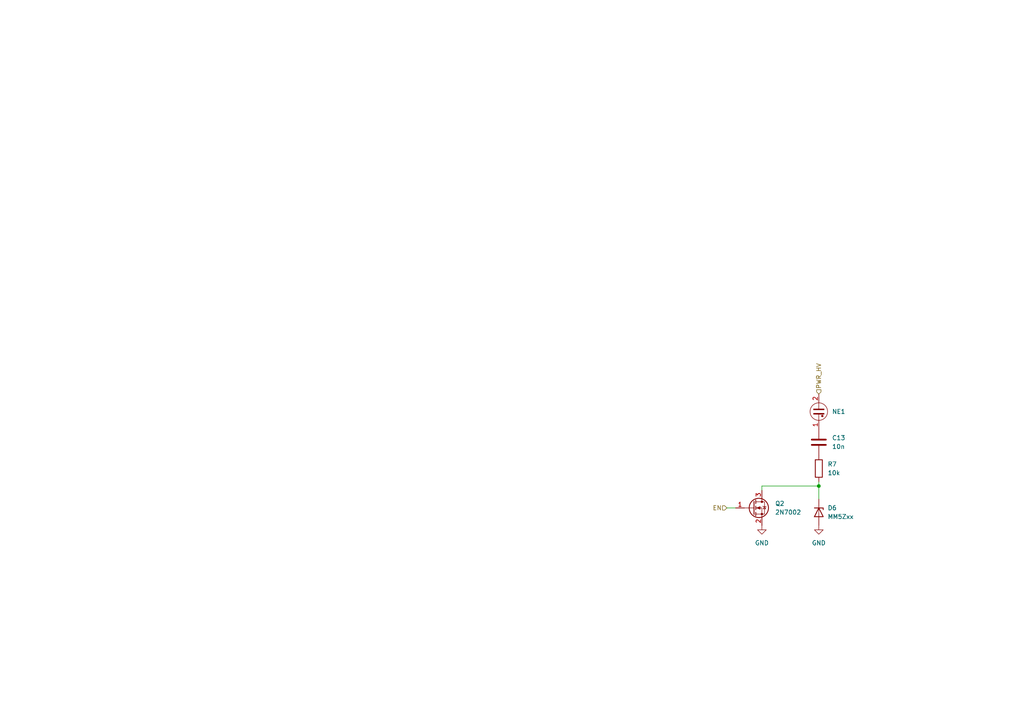
<source format=kicad_sch>
(kicad_sch (version 20230121) (generator eeschema)
  (paper "A4")
  (lib_symbols
    (symbol "Device:C" (pin_numbers hide) (pin_names (offset 0.254))
      (property "Reference" "C" (at 0.635 2.54 0))
      (property "Value" "C" (at 0.635 -2.54 0))
      (symbol "C_0_1"
        (polyline (pts (xy -2.032 -0.762) (xy 2.032 -0.762)) (stroke (width 0.508)))
        (polyline (pts (xy -2.032 0.762) (xy 2.032 0.762)) (stroke (width 0.508)))
      )
      (symbol "C_1_1"
        (pin passive line (at 0 3.81 270) (length 2.794) (name "~") (number "1"))
        (pin passive line (at 0 -3.81 90) (length 2.794) (name "~") (number "2"))
      )
    )
    (symbol "Device:Lamp_Neon" (pin_names (offset 0.0254) hide)
      (property "Reference" "NE" (at 0.635 3.81 0))
      (property "Value" "Lamp_Neon" (at 0.635 -3.81 0))
      (symbol "Lamp_Neon_0_1"
        (rectangle (start -1.524 -0.508) (end 1.524 -0.762) (fill (type outline)))
        (rectangle (start -1.524 0.762) (end 1.524 0.508) (fill (type outline)))
        (polyline (pts (xy 0 -2.54) (xy 0 -0.762)))
        (polyline (pts (xy 0 0.762) (xy 0 2.54)))
        (circle (center 0 0) (radius 2.54))
        (circle (center 1.016 -1.27) (radius 0.254) (fill (type outline)))
      )
      (symbol "Lamp_Neon_1_1"
        (pin passive line (at 0 -5.08 90) (length 2.54) (name "~") (number "1"))
        (pin passive line (at 0 5.08 270) (length 2.54) (name "~") (number "2"))
      )
    )
    (symbol "Device:R" (pin_numbers hide) (pin_names (offset 0))
      (property "Reference" "R" (at 2.032 0 90))
      (property "Value" "R" (at 0 0 90))
      (symbol "R_0_1"
        (rectangle (start -1.016 -2.54) (end 1.016 2.54) (stroke (width 0.254)))
      )
      (symbol "R_1_1"
        (pin passive line (at 0 3.81 270) (length 1.27) (name "~") (number "1"))
        (pin passive line (at 0 -3.81 90) (length 1.27) (name "~") (number "2"))
      )
    )
    (symbol "Diode:MM5Zxx" (pin_numbers hide) (pin_names hide)
      (property "Reference" "D" (at 0 2.54 0))
      (property "Value" "MM5Zxx" (at 0 -2.54 0))
      (symbol "MM5Zxx_0_1"
        (polyline (pts (xy 1.27 0) (xy -1.27 0)))
        (polyline (pts (xy -1.27 -1.27) (xy -1.27 1.27) (xy -0.762 1.27)) (stroke (width 0.254)))
        (polyline (pts (xy 1.27 -1.27) (xy 1.27 1.27) (xy -1.27 0) (xy 1.27 -1.27)) (stroke (width 0.254)))
      )
      (symbol "MM5Zxx_1_1"
        (pin passive line (at -3.81 0 0) (length 2.54) (name "K") (number "1"))
        (pin passive line (at 3.81 0 180) (length 2.54) (name "A") (number "2"))
      )
    )
    (symbol "Transistor_FET:2N7002" (pin_names hide)
      (property "Reference" "Q" (at 5.08 1.905 0))
      (property "Value" "2N7002" (at 5.08 0 0))
      (symbol "2N7002_0_1"
        (polyline (pts (xy 0.254 0) (xy -2.54 0)))
        (polyline (pts (xy 0.254 1.905) (xy 0.254 -1.905)) (stroke (width 0.254)))
        (polyline (pts (xy 0.762 -1.27) (xy 0.762 -2.286)) (stroke (width 0.254)))
        (polyline (pts (xy 0.762 0.508) (xy 0.762 -0.508)) (stroke (width 0.254)))
        (polyline (pts (xy 0.762 2.286) (xy 0.762 1.27)) (stroke (width 0.254)))
        (polyline (pts (xy 2.54 2.54) (xy 2.54 1.778)))
        (polyline (pts (xy 2.54 -2.54) (xy 2.54 0) (xy 0.762 0)))
        (polyline (pts (xy 0.762 -1.778) (xy 3.302 -1.778) (xy 3.302 1.778) (xy 0.762 1.778)))
        (polyline (pts (xy 1.016 0) (xy 2.032 0.381) (xy 2.032 -0.381) (xy 1.016 0)) (fill (type outline)))
        (polyline (pts (xy 2.794 0.508) (xy 2.921 0.381) (xy 3.683 0.381) (xy 3.81 0.254)))
        (polyline (pts (xy 3.302 0.381) (xy 2.921 -0.254) (xy 3.683 -0.254) (xy 3.302 0.381)))
        (circle (center 1.651 0) (radius 2.794) (stroke (width 0.254)))
        (circle (center 2.54 -1.778) (radius 0.254) (fill (type outline)))
        (circle (center 2.54 1.778) (radius 0.254) (fill (type outline)))
      )
      (symbol "2N7002_1_1"
        (pin input line (at -5.08 0 0) (length 2.54) (name "G") (number "1"))
        (pin passive line (at 2.54 -5.08 90) (length 2.54) (name "S") (number "2"))
        (pin passive line (at 2.54 5.08 270) (length 2.54) (name "D") (number "3"))
      )
    )
    (symbol "power:GND" (power) (pin_names (offset 0))
      (property "Value" "GND" (at 0 -3.81 0))
      (symbol "GND_0_1"
        (polyline (pts (xy 0 0) (xy 0 -1.27) (xy 1.27 -1.27) (xy 0 -2.54) (xy -1.27 -1.27) (xy 0 -1.27)))
      )
      (symbol "GND_1_1"
        (pin power_in line (at 0 0 270) (length 0) hide (name "GND") (number "1"))
      )
    )
  )
  (junction (at 237.49 140.97))
  (wire (pts (xy 220.98 140.97) (xy 237.49 140.97)))
  (wire (pts (xy 237.49 139.7) (xy 237.49 140.97)))
  (wire (pts (xy 220.98 140.97) (xy 220.98 142.24)))
  (wire (pts (xy 210.82 147.32) (xy 213.36 147.32)))
  (wire (pts (xy 237.49 140.97) (xy 237.49 144.78)))
  (hierarchical_label "EN" (shape input) (at 210.82 147.32 180))
  (hierarchical_label "PWR_HV" (shape input) (at 237.49 114.3 90))
  (symbol (lib_id "Device:R") (at 237.49 135.89 0) (unit 1)
    (property "Reference" "R7" (at 240.03 134.62 0) (effects (justify left)))
    (property "Value" "10k" (at 240.03 137.16 0) (effects (justify left)))
    (property "Footprint" "Resistor_SMD:R_0402_1005Metric" (effects hide))
    (instances (project "neon_christmas_tree_pcb" (path "" (reference "R7") (unit 1)) (path "" (reference "R11") (unit 1)) (path "" (reference "R28") (unit 1)) (path "" (reference "R30") (unit 1)) (path "" (reference "R11") (unit 1)) (path "" (reference "R38") (unit 1)) (path "" (reference "R36") (unit 1)) (path "" (reference "R7") (unit 1)) (path "" (reference "R32") (unit 1)) (path "" (reference "R10") (unit 1)) (path "" (reference "R34") (unit 1))) (project "neon_bulb_clock_pixel_pcb" (path "" (reference "R2") (unit 1))) (project "neon_bulb_matrix2" (path "" (reference "R5") (unit 1))))
  )
  (symbol (lib_id "Diode:MM5Zxx") (at 237.49 148.59 270) (unit 1)
    (property "Reference" "D6" (at 240.03 147.32 90) (effects (justify left)))
    (property "Value" "MM5Zxx" (at 240.03 149.86 90) (effects (justify left)))
    (property "Footprint" "Diode_SMD:D_SOD-523" (effects hide))
    (property "Datasheet" "https://diotec.com/tl_files/diotec/files/pdf/datasheets/mm5z2v4.pdf" (effects hide))
    (instances (project "neon_christmas_tree_pcb" (path "" (reference "D6") (unit 1)) (path "" (reference "D7") (unit 1)) (path "" (reference "D7") (unit 1)) (path "" (reference "D24") (unit 1)) (path "" (reference "D26") (unit 1)) (path "" (reference "D32") (unit 1)) (path "" (reference "D6") (unit 1)) (path "" (reference "D28") (unit 1)) (path "" (reference "D9") (unit 1)) (path "" (reference "D30") (unit 1)) (path "" (reference "D34") (unit 1))) (project "neon_bulb_matrix2" (path "" (reference "D3") (unit 1))))
  )
  (symbol (lib_id "Device:Lamp_Neon") (at 237.49 119.38 0) (unit 1)
    (property "Reference" "NE1" (at 241.3 119.38 0) (effects (justify left)))
    (property "Value" "Lamp_Neon" (effects hide))
    (property "Footprint" "LED_THT:LED_D5.0mm_Horizontal_O1.27mm_Z3.0mm" (effects hide))
    (instances (project "neon_christmas_tree_pcb" (path "" (reference "NE1") (unit 1)) (path "" (reference "NE10") (unit 1)) (path "" (reference "NE7") (unit 1)) (path "" (reference "NE8") (unit 1)) (path "" (reference "NE9") (unit 1)) (path "" (reference "NE4") (unit 1)) (path "" (reference "NE5") (unit 1)) (path "" (reference "NE6") (unit 1)) (path "" (reference "NE1") (unit 1)) (path "" (reference "NE2") (unit 1)) (path "" (reference "NE3") (unit 1))))
  )
  (symbol (lib_id "Device:C") (at 237.49 128.27 0) (unit 1)
    (property "Reference" "C13" (at 241.3 127 0) (effects (justify left)))
    (property "Value" "10n" (at 241.3 129.54 0) (effects (justify left)))
    (property "Footprint" "Capacitor_SMD:C_0603_1608Metric" (effects hide))
    (instances (project "neon_christmas_tree_pcb" (path "" (reference "C13") (unit 1)) (path "" (reference "C14") (unit 1)) (path "" (reference "C25") (unit 1)) (path "" (reference "C26") (unit 1)) (path "" (reference "C14") (unit 1)) (path "" (reference "C29") (unit 1)) (path "" (reference "C28") (unit 1)) (path "" (reference "C13") (unit 1)) (path "" (reference "C23") (unit 1)) (path "" (reference "C22") (unit 1)) (path "" (reference "C27") (unit 1))) (project "neon_bulb_clock_pixel_pcb" (path "" (reference "C1") (unit 1))) (project "neon_bulb_matrix2" (path "" (reference "C8") (unit 1))))
  )
  (symbol (lib_id "power:GND") (at 237.49 152.4 0) (unit 1)
    (property "Reference" "#PWR029" (effects hide))
    (property "Value" "GND" (at 237.49 157.48 0))
    (instances (project "neon_christmas_tree_pcb" (path "" (reference "#PWR029") (unit 1)) (path "" (reference "#PWR035") (unit 1)) (path "" (reference "#PWR070") (unit 1)) (path "" (reference "#PWR073") (unit 1)) (path "" (reference "#PWR034") (unit 1)) (path "" (reference "#PWR094") (unit 1)) (path "" (reference "#PWR091") (unit 1)) (path "" (reference "#PWR075") (unit 1)) (path "" (reference "#PWR081") (unit 1)) (path "" (reference "#PWR078") (unit 1)) (path "" (reference "#PWR088") (unit 1))) (project "neon_bulb_clock_pixel_pcb" (path "" (reference "#PWR04") (unit 1))) (project "neon_bulb_matrix2" (path "" (reference "#PWR024") (unit 1))))
  )
  (symbol (lib_id "Transistor_FET:2N7002") (at 218.44 147.32 0) (unit 1)
    (property "Reference" "Q2" (at 224.79 146.0499 0) (effects (justify left)))
    (property "Value" "2N7002" (at 224.79 148.5899 0) (effects (justify left)))
    (property "Footprint" "Package_TO_SOT_SMD:SOT-323_SC-70" (effects hide))
    (property "Datasheet" "https://www.onsemi.com/pub/Collateral/NDS7002A-D.PDF" (effects hide))
    (instances (project "yet_another_watch_project" (path "" (reference "Q2") (unit 1))) (project "yet_another_watch_project_2_pcb" (path "" (reference "Q4") (unit 1))) (project "neon_christmas_tree_pcb" (path "" (reference "Q4") (unit 1)) (path "" (reference "Q4") (unit 1)) (path "" (reference "Q14") (unit 1)) (path "" (reference "Q4") (unit 1)) (path "" (reference "Q13") (unit 1)) (path "" (reference "Q17") (unit 1)) (path "" (reference "Q18") (unit 1)) (path "" (reference "Q5") (unit 1)) (path "" (reference "Q15") (unit 1)) (path "" (reference "Q6") (unit 1)) (path "" (reference "Q16") (unit 1))) (project "neon_bulb_matrix2" (path "" (reference "Q2") (unit 1))) (project "ch32v003_oled_watch_pcb" (path "" (reference "Q1") (unit 1))))
  )
  (symbol (lib_id "power:GND") (at 220.98 152.4 0) (unit 1)
    (property "Reference" "#PWR027" (effects hide))
    (property "Value" "GND" (at 220.98 157.48 0))
    (instances (project "neon_christmas_tree_pcb" (path "" (reference "#PWR027") (unit 1)) (path "" (reference "#PWR031") (unit 1)) (path "" (reference "#PWR069") (unit 1)) (path "" (reference "#PWR072") (unit 1)) (path "" (reference "#PWR031") (unit 1)) (path "" (reference "#PWR093") (unit 1)) (path "" (reference "#PWR090") (unit 1)) (path "" (reference "#PWR074") (unit 1)) (path "" (reference "#PWR080") (unit 1)) (path "" (reference "#PWR077") (unit 1)) (path "" (reference "#PWR087") (unit 1))) (project "neon_bulb_clock_pixel_pcb" (path "" (reference "#PWR02") (unit 1))) (project "neon_bulb_matrix2" (path "" (reference "#PWR022") (unit 1))))
  )
)
</source>
